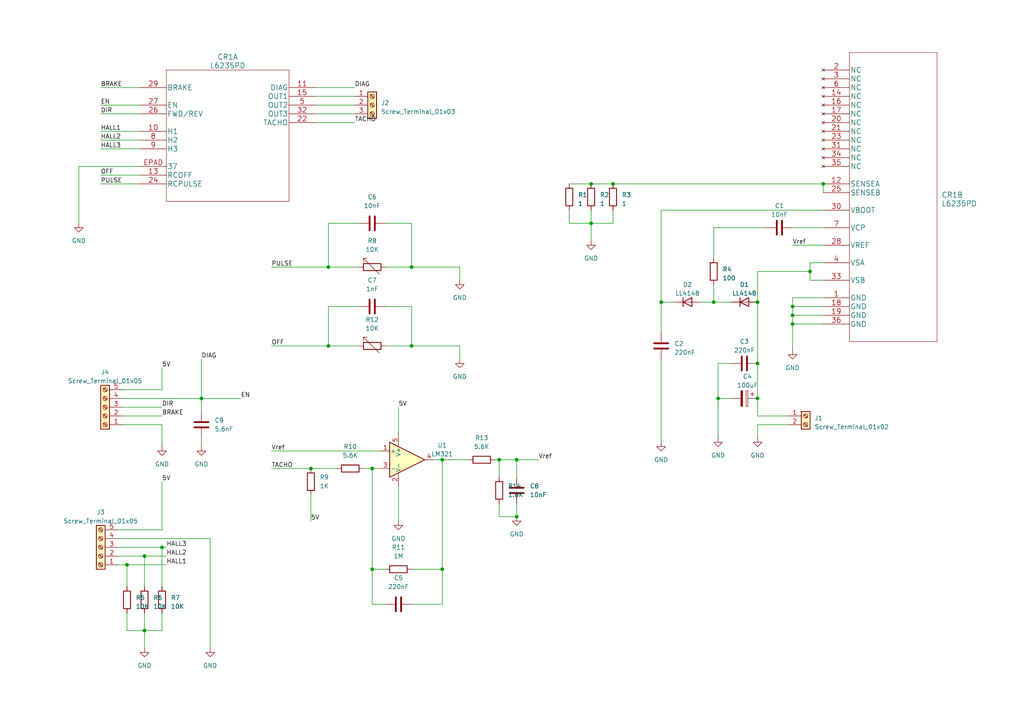
<source format=kicad_sch>
(kicad_sch (version 20230121) (generator eeschema)
  (paper "A4")
  (lib_symbols
    (symbol "Amplifier_Operational:LM321" (pin_names (offset 0.127))
      (property "Reference" "U" (at 0 7.62 0))
      (property "Value" "LM321" (at 0 5.08 0))
      (symbol "LM321_0_1"
        (polyline (pts (xy -5.08 5.08) (xy 5.08 0) (xy -5.08 -5.08) (xy -5.08 5.08)) (stroke (width 0.254)) (fill (type background)))
      )
      (symbol "LM321_1_1"
        (pin input line (at -7.62 2.54 0) (length 2.54) (name "+") (number "1"))
        (pin power_in line (at -2.54 -7.62 90) (length 3.81) (name "V-") (number "2"))
        (pin input line (at -7.62 -2.54 0) (length 2.54) (name "-") (number "3"))
        (pin output line (at 7.62 0 180) (length 2.54) (name "~") (number "4"))
        (pin power_in line (at -2.54 7.62 270) (length 3.81) (name "V+") (number "5"))
      )
    )
    (symbol "Connector:Screw_Terminal_01x02" (pin_names (offset 1.016) hide)
      (property "Reference" "J" (at 0 2.54 0))
      (property "Value" "Screw_Terminal_01x02" (at 0 -5.08 0))
      (symbol "Screw_Terminal_01x02_1_1"
        (rectangle (start -1.27 1.27) (end 1.27 -3.81) (stroke (width 0.254)) (fill (type background)))
        (circle (center 0 -2.54) (radius 0.635) (stroke (width 0.1524)))
        (polyline (pts (xy -0.5334 -2.2098) (xy 0.3302 -3.048)) (stroke (width 0.1524)))
        (polyline (pts (xy -0.5334 0.3302) (xy 0.3302 -0.508)) (stroke (width 0.1524)))
        (polyline (pts (xy -0.3556 -2.032) (xy 0.508 -2.8702)) (stroke (width 0.1524)))
        (polyline (pts (xy -0.3556 0.508) (xy 0.508 -0.3302)) (stroke (width 0.1524)))
        (circle (center 0 0) (radius 0.635) (stroke (width 0.1524)))
        (pin passive line (at -5.08 0 0) (length 3.81) (name "Pin_1") (number "1"))
        (pin passive line (at -5.08 -2.54 0) (length 3.81) (name "Pin_2") (number "2"))
      )
    )
    (symbol "Connector:Screw_Terminal_01x03" (pin_names (offset 1.016) hide)
      (property "Reference" "J" (at 0 5.08 0))
      (property "Value" "Screw_Terminal_01x03" (at 0 -5.08 0))
      (symbol "Screw_Terminal_01x03_1_1"
        (rectangle (start -1.27 3.81) (end 1.27 -3.81) (stroke (width 0.254)) (fill (type background)))
        (circle (center 0 -2.54) (radius 0.635) (stroke (width 0.1524)))
        (polyline (pts (xy -0.5334 -2.2098) (xy 0.3302 -3.048)) (stroke (width 0.1524)))
        (polyline (pts (xy -0.5334 0.3302) (xy 0.3302 -0.508)) (stroke (width 0.1524)))
        (polyline (pts (xy -0.5334 2.8702) (xy 0.3302 2.032)) (stroke (width 0.1524)))
        (polyline (pts (xy -0.3556 -2.032) (xy 0.508 -2.8702)) (stroke (width 0.1524)))
        (polyline (pts (xy -0.3556 0.508) (xy 0.508 -0.3302)) (stroke (width 0.1524)))
        (polyline (pts (xy -0.3556 3.048) (xy 0.508 2.2098)) (stroke (width 0.1524)))
        (circle (center 0 0) (radius 0.635) (stroke (width 0.1524)))
        (circle (center 0 2.54) (radius 0.635) (stroke (width 0.1524)))
        (pin passive line (at -5.08 2.54 0) (length 3.81) (name "Pin_1") (number "1"))
        (pin passive line (at -5.08 0 0) (length 3.81) (name "Pin_2") (number "2"))
        (pin passive line (at -5.08 -2.54 0) (length 3.81) (name "Pin_3") (number "3"))
      )
    )
    (symbol "Connector:Screw_Terminal_01x05" (pin_names (offset 1.016) hide)
      (property "Reference" "J" (at 0 7.62 0))
      (property "Value" "Screw_Terminal_01x05" (at 0 -7.62 0))
      (symbol "Screw_Terminal_01x05_1_1"
        (rectangle (start -1.27 6.35) (end 1.27 -6.35) (stroke (width 0.254)) (fill (type background)))
        (circle (center 0 -5.08) (radius 0.635) (stroke (width 0.1524)))
        (circle (center 0 -2.54) (radius 0.635) (stroke (width 0.1524)))
        (polyline (pts (xy -0.5334 -4.7498) (xy 0.3302 -5.588)) (stroke (width 0.1524)))
        (polyline (pts (xy -0.5334 -2.2098) (xy 0.3302 -3.048)) (stroke (width 0.1524)))
        (polyline (pts (xy -0.5334 0.3302) (xy 0.3302 -0.508)) (stroke (width 0.1524)))
        (polyline (pts (xy -0.5334 2.8702) (xy 0.3302 2.032)) (stroke (width 0.1524)))
        (polyline (pts (xy -0.5334 5.4102) (xy 0.3302 4.572)) (stroke (width 0.1524)))
        (polyline (pts (xy -0.3556 -4.572) (xy 0.508 -5.4102)) (stroke (width 0.1524)))
        (polyline (pts (xy -0.3556 -2.032) (xy 0.508 -2.8702)) (stroke (width 0.1524)))
        (polyline (pts (xy -0.3556 0.508) (xy 0.508 -0.3302)) (stroke (width 0.1524)))
        (polyline (pts (xy -0.3556 3.048) (xy 0.508 2.2098)) (stroke (width 0.1524)))
        (polyline (pts (xy -0.3556 5.588) (xy 0.508 4.7498)) (stroke (width 0.1524)))
        (circle (center 0 0) (radius 0.635) (stroke (width 0.1524)))
        (circle (center 0 2.54) (radius 0.635) (stroke (width 0.1524)))
        (circle (center 0 5.08) (radius 0.635) (stroke (width 0.1524)))
        (pin passive line (at -5.08 5.08 0) (length 3.81) (name "Pin_1") (number "1"))
        (pin passive line (at -5.08 2.54 0) (length 3.81) (name "Pin_2") (number "2"))
        (pin passive line (at -5.08 0 0) (length 3.81) (name "Pin_3") (number "3"))
        (pin passive line (at -5.08 -2.54 0) (length 3.81) (name "Pin_4") (number "4"))
        (pin passive line (at -5.08 -5.08 0) (length 3.81) (name "Pin_5") (number "5"))
      )
    )
    (symbol "Device:C" (pin_numbers hide) (pin_names (offset 0.254))
      (property "Reference" "C" (at 0.635 2.54 0))
      (property "Value" "C" (at 0.635 -2.54 0))
      (symbol "C_0_1"
        (polyline (pts (xy -2.032 -0.762) (xy 2.032 -0.762)) (stroke (width 0.508)))
        (polyline (pts (xy -2.032 0.762) (xy 2.032 0.762)) (stroke (width 0.508)))
      )
      (symbol "C_1_1"
        (pin passive line (at 0 3.81 270) (length 2.794) (name "~") (number "1"))
        (pin passive line (at 0 -3.81 90) (length 2.794) (name "~") (number "2"))
      )
    )
    (symbol "Device:C_Polarized" (pin_numbers hide) (pin_names (offset 0.254))
      (property "Reference" "C" (at 0.635 2.54 0))
      (property "Value" "C_Polarized" (at 0.635 -2.54 0))
      (symbol "C_Polarized_0_1"
        (rectangle (start -2.286 0.508) (end 2.286 1.016))
        (polyline (pts (xy -1.778 2.286) (xy -0.762 2.286)))
        (polyline (pts (xy -1.27 2.794) (xy -1.27 1.778)))
        (rectangle (start 2.286 -0.508) (end -2.286 -1.016) (fill (type outline)))
      )
      (symbol "C_Polarized_1_1"
        (pin passive line (at 0 3.81 270) (length 2.794) (name "~") (number "1"))
        (pin passive line (at 0 -3.81 90) (length 2.794) (name "~") (number "2"))
      )
    )
    (symbol "Device:R" (pin_numbers hide) (pin_names (offset 0))
      (property "Reference" "R" (at 2.032 0 90))
      (property "Value" "R" (at 0 0 90))
      (symbol "R_0_1"
        (rectangle (start -1.016 -2.54) (end 1.016 2.54) (stroke (width 0.254)))
      )
      (symbol "R_1_1"
        (pin passive line (at 0 3.81 270) (length 1.27) (name "~") (number "1"))
        (pin passive line (at 0 -3.81 90) (length 1.27) (name "~") (number "2"))
      )
    )
    (symbol "Device:R_Variable" (pin_numbers hide) (pin_names (offset 0))
      (property "Reference" "R" (at 2.54 -2.54 90))
      (property "Value" "R_Variable" (at -2.54 -1.27 90))
      (symbol "R_Variable_0_1"
        (rectangle (start -1.016 -2.54) (end 1.016 2.54) (stroke (width 0.254)))
        (polyline (pts (xy 2.54 1.524) (xy 2.54 2.54) (xy 1.524 2.54) (xy 2.54 2.54) (xy -2.032 -2.032)))
      )
      (symbol "R_Variable_1_1"
        (pin passive line (at 0 3.81 270) (length 1.27) (name "~") (number "1"))
        (pin passive line (at 0 -3.81 90) (length 1.27) (name "~") (number "2"))
      )
    )
    (symbol "Diode:LL4148" (pin_numbers hide) (pin_names hide)
      (property "Reference" "D" (at 0 2.54 0))
      (property "Value" "LL4148" (at 0 -2.54 0))
      (symbol "LL4148_0_1"
        (polyline (pts (xy -1.27 1.27) (xy -1.27 -1.27)) (stroke (width 0.254)))
        (polyline (pts (xy 1.27 0) (xy -1.27 0)))
        (polyline (pts (xy 1.27 1.27) (xy 1.27 -1.27) (xy -1.27 0) (xy 1.27 1.27)) (stroke (width 0.254)))
      )
      (symbol "LL4148_1_1"
        (pin passive line (at -3.81 0 0) (length 2.54) (name "K") (number "1"))
        (pin passive line (at 3.81 0 180) (length 2.54) (name "A") (number "2"))
      )
    )
    (symbol "MY_LIB:L6235PD" (pin_names (offset 0.254))
      (property "Reference" "CR" (at 25.4 10.16 0))
      (property "Value" "L6235PD" (at 25.4 7.62 0))
      (symbol "L6235PD_1_1"
        (polyline (pts (xy 7.62 -33.02) (xy 43.18 -33.02)) (stroke (width 0.127)))
        (polyline (pts (xy 7.62 5.08) (xy 7.62 -33.02)) (stroke (width 0.127)))
        (polyline (pts (xy 43.18 -33.02) (xy 43.18 5.08)) (stroke (width 0.127)))
        (polyline (pts (xy 43.18 5.08) (xy 7.62 5.08)) (stroke (width 0.127)))
        (pin input line (at 0 -12.7 0) (length 7.62) (name "H1") (number "10"))
        (pin output line (at 50.8 0 180) (length 7.62) (name "DIAG") (number "11"))
        (pin unspecified line (at 0 -25.4 0) (length 7.62) (name "RCOFF") (number "13"))
        (pin output line (at 50.8 -2.54 180) (length 7.62) (name "OUT1") (number "15"))
        (pin output line (at 50.8 -10.16 180) (length 7.62) (name "TACHO") (number "22"))
        (pin unspecified line (at 0 -27.94 0) (length 7.62) (name "RCPULSE") (number "24"))
        (pin input line (at 0 -7.62 0) (length 7.62) (name "FWD/REV") (number "26"))
        (pin input line (at 0 -5.08 0) (length 7.62) (name "EN") (number "27"))
        (pin input line (at 0 0 0) (length 7.62) (name "BRAKE") (number "29"))
        (pin output line (at 50.8 -7.62 180) (length 7.62) (name "OUT3") (number "32"))
        (pin output line (at 50.8 -5.08 180) (length 7.62) (name "OUT2") (number "5"))
        (pin input line (at 0 -15.24 0) (length 7.62) (name "H2") (number "8"))
        (pin input line (at 0 -17.78 0) (length 7.62) (name "H3") (number "9"))
        (pin unspecified line (at 0 -22.86 0) (length 7.62) (name "37") (number "EPAD"))
      )
      (symbol "L6235PD_2_1"
        (polyline (pts (xy 7.62 -78.74) (xy 33.02 -78.74)) (stroke (width 0.127)))
        (polyline (pts (xy 7.62 5.08) (xy 7.62 -78.74)) (stroke (width 0.127)))
        (polyline (pts (xy 33.02 -78.74) (xy 33.02 5.08)) (stroke (width 0.127)))
        (polyline (pts (xy 33.02 5.08) (xy 7.62 5.08)) (stroke (width 0.127)))
        (pin unspecified line (at 0 -66.04 0) (length 7.62) (name "GND") (number "1"))
        (pin power_in line (at 0 -33.02 0) (length 7.62) (name "SENSEA") (number "12"))
        (pin no_connect line (at 0 -7.62 0) (length 7.62) (name "NC") (number "14"))
        (pin no_connect line (at 0 -10.16 0) (length 7.62) (name "NC") (number "16"))
        (pin no_connect line (at 0 -12.7 0) (length 7.62) (name "NC") (number "17"))
        (pin unspecified line (at 0 -68.58 0) (length 7.62) (name "GND") (number "18"))
        (pin unspecified line (at 0 -71.12 0) (length 7.62) (name "GND") (number "19"))
        (pin no_connect line (at 0 0 0) (length 7.62) (name "NC") (number "2"))
        (pin no_connect line (at 0 -15.24 0) (length 7.62) (name "NC") (number "20"))
        (pin no_connect line (at 0 -17.78 0) (length 7.62) (name "NC") (number "21"))
        (pin no_connect line (at 0 -20.32 0) (length 7.62) (name "NC") (number "23"))
        (pin power_in line (at 0 -35.56 0) (length 7.62) (name "SENSEB") (number "25"))
        (pin power_in line (at 0 -50.8 0) (length 7.62) (name "VREF") (number "28"))
        (pin no_connect line (at 0 -2.54 0) (length 7.62) (name "NC") (number "3"))
        (pin power_in line (at 0 -40.64 0) (length 7.62) (name "VBOOT") (number "30"))
        (pin no_connect line (at 0 -22.86 0) (length 7.62) (name "NC") (number "31"))
        (pin power_in line (at 0 -60.96 0) (length 7.62) (name "VSB") (number "33"))
        (pin no_connect line (at 0 -25.4 0) (length 7.62) (name "NC") (number "34"))
        (pin no_connect line (at 0 -27.94 0) (length 7.62) (name "NC") (number "35"))
        (pin unspecified line (at 0 -73.66 0) (length 7.62) (name "GND") (number "36"))
        (pin power_in line (at 0 -55.88 0) (length 7.62) (name "VSA") (number "4"))
        (pin no_connect line (at 0 -5.08 0) (length 7.62) (name "NC") (number "6"))
        (pin power_in line (at 0 -45.72 0) (length 7.62) (name "VCP") (number "7"))
      )
    )
    (symbol "power:GND" (power) (pin_names (offset 0))
      (property "Value" "GND" (at 0 -3.81 0))
      (symbol "GND_0_1"
        (polyline (pts (xy 0 0) (xy 0 -1.27) (xy 1.27 -1.27) (xy 0 -2.54) (xy -1.27 -1.27) (xy 0 -1.27)))
      )
      (symbol "GND_1_1"
        (pin power_in line (at 0 0 270) (length 0) hide (name "GND") (number "1"))
      )
    )
  )
  (junction (at 208.28 115.57))
  (junction (at 229.87 93.98))
  (junction (at 95.25 100.33))
  (junction (at 90.17 135.89))
  (junction (at 229.87 88.9))
  (junction (at 149.86 149.86))
  (junction (at 234.95 78.74))
  (junction (at 219.71 87.63))
  (junction (at 219.71 105.41))
  (junction (at 149.86 133.35))
  (junction (at 128.27 133.35))
  (junction (at 207.01 87.63))
  (junction (at 219.71 115.57))
  (junction (at 41.91 182.88))
  (junction (at 128.27 165.1))
  (junction (at 107.95 135.89))
  (junction (at 177.8 53.34))
  (junction (at 119.38 77.47))
  (junction (at 95.25 77.47))
  (junction (at 229.87 91.44))
  (junction (at 119.38 100.33))
  (junction (at 191.77 87.63))
  (junction (at 171.45 53.34))
  (junction (at 36.83 163.83))
  (junction (at 171.45 64.77))
  (junction (at 144.78 133.35))
  (junction (at 41.91 161.29))
  (junction (at 46.99 158.75))
  (junction (at 58.42 115.57))
  (junction (at 238.76 53.34))
  (junction (at 107.95 165.1))
  (wire (pts (xy 35.56 113.03) (xy 46.99 113.03)))
  (wire (pts (xy 229.87 86.36) (xy 229.87 88.9)))
  (wire (pts (xy 29.21 25.4) (xy 40.64 25.4)))
  (wire (pts (xy 115.57 118.11) (xy 115.57 125.73)))
  (wire (pts (xy 58.42 115.57) (xy 69.85 115.57)))
  (wire (pts (xy 58.42 104.14) (xy 58.42 115.57)))
  (wire (pts (xy 46.99 177.8) (xy 46.99 182.88)))
  (wire (pts (xy 171.45 60.96) (xy 171.45 64.77)))
  (wire (pts (xy 91.44 25.4) (xy 102.87 25.4)))
  (wire (pts (xy 46.99 139.7) (xy 46.99 153.67)))
  (wire (pts (xy 144.78 146.05) (xy 144.78 149.86)))
  (wire (pts (xy 238.76 76.2) (xy 234.95 76.2)))
  (wire (pts (xy 119.38 165.1) (xy 128.27 165.1)))
  (wire (pts (xy 191.77 87.63) (xy 195.58 87.63)))
  (wire (pts (xy 234.95 78.74) (xy 234.95 81.28)))
  (wire (pts (xy 78.74 77.47) (xy 95.25 77.47)))
  (wire (pts (xy 125.73 133.35) (xy 128.27 133.35)))
  (wire (pts (xy 46.99 106.68) (xy 46.99 113.03)))
  (wire (pts (xy 171.45 64.77) (xy 171.45 69.85)))
  (wire (pts (xy 219.71 120.65) (xy 228.6 120.65)))
  (wire (pts (xy 35.56 118.11) (xy 46.99 118.11)))
  (wire (pts (xy 34.29 153.67) (xy 46.99 153.67)))
  (wire (pts (xy 29.21 50.8) (xy 40.64 50.8)))
  (wire (pts (xy 128.27 165.1) (xy 128.27 133.35)))
  (wire (pts (xy 234.95 76.2) (xy 234.95 78.74)))
  (wire (pts (xy 229.87 88.9) (xy 238.76 88.9)))
  (wire (pts (xy 46.99 158.75) (xy 48.26 158.75)))
  (wire (pts (xy 34.29 156.21) (xy 60.96 156.21)))
  (wire (pts (xy 105.41 135.89) (xy 107.95 135.89)))
  (wire (pts (xy 95.25 88.9) (xy 104.14 88.9)))
  (wire (pts (xy 91.44 35.56) (xy 102.87 35.56)))
  (wire (pts (xy 29.21 38.1) (xy 40.64 38.1)))
  (wire (pts (xy 41.91 177.8) (xy 41.91 182.88)))
  (wire (pts (xy 219.71 123.19) (xy 219.71 127)))
  (wire (pts (xy 128.27 133.35) (xy 135.89 133.35)))
  (wire (pts (xy 90.17 143.51) (xy 90.17 151.13)))
  (wire (pts (xy 29.21 43.18) (xy 40.64 43.18)))
  (wire (pts (xy 29.21 53.34) (xy 40.64 53.34)))
  (wire (pts (xy 177.8 60.96) (xy 177.8 64.77)))
  (wire (pts (xy 149.86 133.35) (xy 149.86 138.43)))
  (wire (pts (xy 219.71 78.74) (xy 234.95 78.74)))
  (wire (pts (xy 165.1 53.34) (xy 171.45 53.34)))
  (wire (pts (xy 104.14 100.33) (xy 95.25 100.33)))
  (wire (pts (xy 207.01 66.04) (xy 207.01 74.93)))
  (wire (pts (xy 78.74 135.89) (xy 90.17 135.89)))
  (wire (pts (xy 107.95 135.89) (xy 107.95 165.1)))
  (wire (pts (xy 144.78 133.35) (xy 144.78 138.43)))
  (wire (pts (xy 60.96 156.21) (xy 60.96 187.96)))
  (wire (pts (xy 229.87 93.98) (xy 229.87 101.6)))
  (wire (pts (xy 107.95 175.26) (xy 111.76 175.26)))
  (wire (pts (xy 46.99 123.19) (xy 46.99 129.54)))
  (wire (pts (xy 143.51 133.35) (xy 144.78 133.35)))
  (wire (pts (xy 208.28 115.57) (xy 208.28 127)))
  (wire (pts (xy 119.38 64.77) (xy 119.38 77.47)))
  (wire (pts (xy 41.91 182.88) (xy 41.91 187.96)))
  (wire (pts (xy 35.56 115.57) (xy 58.42 115.57)))
  (wire (pts (xy 107.95 165.1) (xy 107.95 175.26)))
  (wire (pts (xy 119.38 175.26) (xy 128.27 175.26)))
  (wire (pts (xy 207.01 82.55) (xy 207.01 87.63)))
  (wire (pts (xy 165.1 64.77) (xy 171.45 64.77)))
  (wire (pts (xy 229.87 66.04) (xy 238.76 66.04)))
  (wire (pts (xy 171.45 53.34) (xy 177.8 53.34)))
  (wire (pts (xy 40.64 48.26) (xy 22.86 48.26)))
  (wire (pts (xy 208.28 115.57) (xy 212.09 115.57)))
  (wire (pts (xy 119.38 77.47) (xy 133.35 77.47)))
  (wire (pts (xy 91.44 27.94) (xy 102.87 27.94)))
  (wire (pts (xy 207.01 66.04) (xy 222.25 66.04)))
  (wire (pts (xy 219.71 78.74) (xy 219.71 87.63)))
  (wire (pts (xy 41.91 161.29) (xy 41.91 170.18)))
  (wire (pts (xy 104.14 64.77) (xy 95.25 64.77)))
  (wire (pts (xy 119.38 77.47) (xy 111.76 77.47)))
  (wire (pts (xy 229.87 91.44) (xy 238.76 91.44)))
  (wire (pts (xy 212.09 105.41) (xy 208.28 105.41)))
  (wire (pts (xy 91.44 30.48) (xy 102.87 30.48)))
  (wire (pts (xy 111.76 88.9) (xy 119.38 88.9)))
  (wire (pts (xy 58.42 115.57) (xy 58.42 119.38)))
  (wire (pts (xy 107.95 165.1) (xy 111.76 165.1)))
  (wire (pts (xy 115.57 140.97) (xy 115.57 151.13)))
  (wire (pts (xy 107.95 135.89) (xy 110.49 135.89)))
  (wire (pts (xy 219.71 105.41) (xy 219.71 115.57)))
  (wire (pts (xy 191.77 87.63) (xy 191.77 96.52)))
  (wire (pts (xy 149.86 146.05) (xy 149.86 149.86)))
  (wire (pts (xy 95.25 77.47) (xy 104.14 77.47)))
  (wire (pts (xy 119.38 100.33) (xy 111.76 100.33)))
  (wire (pts (xy 238.76 53.34) (xy 238.76 55.88)))
  (wire (pts (xy 133.35 77.47) (xy 133.35 81.28)))
  (wire (pts (xy 34.29 163.83) (xy 36.83 163.83)))
  (wire (pts (xy 191.77 60.96) (xy 191.77 87.63)))
  (wire (pts (xy 219.71 115.57) (xy 219.71 120.65)))
  (wire (pts (xy 35.56 120.65) (xy 46.99 120.65)))
  (wire (pts (xy 234.95 81.28) (xy 238.76 81.28)))
  (wire (pts (xy 90.17 135.89) (xy 97.79 135.89)))
  (wire (pts (xy 207.01 87.63) (xy 212.09 87.63)))
  (wire (pts (xy 229.87 71.12) (xy 238.76 71.12)))
  (wire (pts (xy 119.38 88.9) (xy 119.38 100.33)))
  (wire (pts (xy 35.56 123.19) (xy 46.99 123.19)))
  (wire (pts (xy 238.76 86.36) (xy 229.87 86.36)))
  (wire (pts (xy 177.8 53.34) (xy 238.76 53.34)))
  (wire (pts (xy 165.1 60.96) (xy 165.1 64.77)))
  (wire (pts (xy 58.42 127) (xy 58.42 129.54)))
  (wire (pts (xy 36.83 163.83) (xy 48.26 163.83)))
  (wire (pts (xy 78.74 130.81) (xy 110.49 130.81)))
  (wire (pts (xy 41.91 161.29) (xy 48.26 161.29)))
  (wire (pts (xy 144.78 149.86) (xy 149.86 149.86)))
  (wire (pts (xy 119.38 100.33) (xy 133.35 100.33)))
  (wire (pts (xy 171.45 64.77) (xy 177.8 64.77)))
  (wire (pts (xy 228.6 123.19) (xy 219.71 123.19)))
  (wire (pts (xy 36.83 182.88) (xy 41.91 182.88)))
  (wire (pts (xy 36.83 177.8) (xy 36.83 182.88)))
  (wire (pts (xy 191.77 60.96) (xy 238.76 60.96)))
  (wire (pts (xy 133.35 100.33) (xy 133.35 104.14)))
  (wire (pts (xy 29.21 33.02) (xy 40.64 33.02)))
  (wire (pts (xy 29.21 30.48) (xy 40.64 30.48)))
  (wire (pts (xy 46.99 158.75) (xy 46.99 170.18)))
  (wire (pts (xy 219.71 87.63) (xy 219.71 105.41)))
  (wire (pts (xy 229.87 91.44) (xy 229.87 93.98)))
  (wire (pts (xy 144.78 133.35) (xy 149.86 133.35)))
  (wire (pts (xy 36.83 163.83) (xy 36.83 170.18)))
  (wire (pts (xy 78.74 100.33) (xy 95.25 100.33)))
  (wire (pts (xy 46.99 182.88) (xy 41.91 182.88)))
  (wire (pts (xy 29.21 40.64) (xy 40.64 40.64)))
  (wire (pts (xy 191.77 104.14) (xy 191.77 128.27)))
  (wire (pts (xy 34.29 158.75) (xy 46.99 158.75)))
  (wire (pts (xy 95.25 100.33) (xy 95.25 88.9)))
  (wire (pts (xy 95.25 64.77) (xy 95.25 77.47)))
  (wire (pts (xy 229.87 93.98) (xy 238.76 93.98)))
  (wire (pts (xy 34.29 161.29) (xy 41.91 161.29)))
  (wire (pts (xy 149.86 133.35) (xy 156.21 133.35)))
  (wire (pts (xy 91.44 33.02) (xy 102.87 33.02)))
  (wire (pts (xy 22.86 48.26) (xy 22.86 64.77)))
  (wire (pts (xy 128.27 175.26) (xy 128.27 165.1)))
  (wire (pts (xy 203.2 87.63) (xy 207.01 87.63)))
  (wire (pts (xy 111.76 64.77) (xy 119.38 64.77)))
  (wire (pts (xy 229.87 88.9) (xy 229.87 91.44)))
  (wire (pts (xy 208.28 105.41) (xy 208.28 115.57)))
  (label "Vref" (at 229.87 71.12 0))
  (label "DIAG" (at 102.87 25.4 0))
  (label "TACHO" (at 78.74 135.89 0))
  (label "DIAG" (at 58.42 104.14 0))
  (label "DIR" (at 29.21 33.02 0))
  (label "Vref" (at 78.74 130.81 0))
  (label "OFF" (at 29.21 50.8 0))
  (label "EN" (at 69.85 115.57 0))
  (label "HALL1" (at 29.21 38.1 0))
  (label "HALL3" (at 48.26 158.75 0))
  (label "PULSE" (at 29.21 53.34 0))
  (label "Vref" (at 156.21 133.35 0))
  (label "HALL2" (at 48.26 161.29 0))
  (label "PULSE" (at 78.74 77.47 0))
  (label "EN" (at 29.21 30.48 0))
  (label "HALL2" (at 29.21 40.64 0))
  (label "HALL3" (at 29.21 43.18 0))
  (label "BRAKE" (at 46.99 120.65 0))
  (label "5V" (at 46.99 106.68 0))
  (label "5V" (at 46.99 139.7 0))
  (label "HALL1" (at 48.26 163.83 0))
  (label "5V" (at 115.57 118.11 0))
  (label "BRAKE" (at 29.21 25.4 0))
  (label "DIR" (at 46.99 118.11 0))
  (label "OFF" (at 78.74 100.33 0))
  (label "5V" (at 90.17 151.13 0))
  (label "TACHO" (at 102.87 35.56 0))
  (symbol (lib_id "power:GND") (at 22.86 64.77 0) (unit 1)
    (property "Reference" "#PWR08" (effects hide))
    (property "Value" "GND" (at 22.86 69.85 0))
  )
  (symbol (lib_id "power:GND") (at 229.87 101.6 0) (unit 1)
    (property "Reference" "#PWR01" (effects hide))
    (property "Value" "GND" (at 229.87 106.68 0))
  )
  (symbol (lib_id "Connector:Screw_Terminal_01x05") (at 29.21 158.75 180) (unit 1)
    (property "Reference" "J3" (at 29.21 148.59 0))
    (property "Value" "Screw_Terminal_01x05" (at 29.21 151.13 0))
    (property "Footprint" "TerminalBlock_RND:TerminalBlock_RND_205-00004_1x05_P5.00mm_Horizontal" (effects hide))
  )
  (symbol (lib_id "power:GND") (at 60.96 187.96 0) (unit 1)
    (property "Reference" "#PWR07" (effects hide))
    (property "Value" "GND" (at 60.96 193.04 0))
  )
  (symbol (lib_id "Connector:Screw_Terminal_01x03") (at 107.95 30.48 0) (unit 1)
    (property "Reference" "J2" (at 110.49 29.845 0) (effects (justify left)))
    (property "Value" "Screw_Terminal_01x03" (at 110.49 32.385 0) (effects (justify left)))
    (property "Footprint" "TerminalBlock_RND:TerminalBlock_RND_205-00002_1x03_P5.00mm_Horizontal" (effects hide))
  )
  (symbol (lib_id "power:GND") (at 58.42 129.54 0) (unit 1)
    (property "Reference" "#PWR014" (effects hide))
    (property "Value" "GND" (at 58.42 134.62 0))
  )
  (symbol (lib_id "power:GND") (at 133.35 81.28 0) (unit 1)
    (property "Reference" "#PWR011" (effects hide))
    (property "Value" "GND" (at 133.35 86.36 0))
  )
  (symbol (lib_id "power:GND") (at 46.99 129.54 0) (unit 1)
    (property "Reference" "#PWR09" (effects hide))
    (property "Value" "GND" (at 46.99 134.62 0))
  )
  (symbol (lib_id "Device:R") (at 144.78 142.24 0) (unit 1)
    (property "Reference" "R14" (at 147.32 140.97 0) (effects (justify left)))
    (property "Value" "1.8K" (at 147.32 143.51 0) (effects (justify left)))
    (property "Footprint" "Resistor_SMD:R_0603_1608Metric_Pad0.98x0.95mm_HandSolder" (effects hide))
  )
  (symbol (lib_id "Device:C") (at 226.06 66.04 90) (unit 1)
    (property "Reference" "C1" (at 226.06 59.69 90))
    (property "Value" "10nF" (at 226.06 62.23 90))
    (property "Footprint" "Capacitor_SMD:C_0603_1608Metric" (effects hide))
  )
  (symbol (lib_id "Device:R") (at 207.01 78.74 0) (unit 1)
    (property "Reference" "R4" (at 209.55 78.105 0) (effects (justify left)))
    (property "Value" "100" (at 209.55 80.645 0) (effects (justify left)))
    (property "Footprint" "Resistor_SMD:R_0603_1608Metric" (effects hide))
  )
  (symbol (lib_id "Device:C") (at 191.77 100.33 180) (unit 1)
    (property "Reference" "C2" (at 195.58 99.695 0) (effects (justify right)))
    (property "Value" "220nF" (at 195.58 102.235 0) (effects (justify right)))
    (property "Footprint" "Capacitor_SMD:C_0603_1608Metric" (effects hide))
  )
  (symbol (lib_id "Device:C") (at 149.86 142.24 0) (unit 1)
    (property "Reference" "C8" (at 153.67 140.97 0) (effects (justify left)))
    (property "Value" "10nF" (at 153.67 143.51 0) (effects (justify left)))
    (property "Footprint" "Capacitor_SMD:C_0603_1608Metric" (effects hide))
  )
  (symbol (lib_id "MY_LIB:L6235PD") (at 238.76 20.32 0) (unit 2)
    (property "Reference" "CR1" (at 273.05 56.515 0) (effects (font (size 1.524 1.524)) (justify left)))
    (property "Value" "L6235PD" (at 273.05 59.055 0) (effects (font (size 1.524 1.524)) (justify left)))
    (property "Footprint" "ul_L6235PD013TR:L6235PD" (effects hide))
  )
  (symbol (lib_id "Connector:Screw_Terminal_01x05") (at 30.48 118.11 180) (unit 1)
    (property "Reference" "J4" (at 30.48 107.95 0))
    (property "Value" "Screw_Terminal_01x05" (at 30.48 110.49 0))
    (property "Footprint" "TerminalBlock_RND:TerminalBlock_RND_205-00004_1x05_P5.00mm_Horizontal" (effects hide))
  )
  (symbol (lib_id "Amplifier_Operational:LM321") (at 118.11 133.35 0) (unit 1)
    (property "Reference" "U1" (at 128.27 129.1591 0))
    (property "Value" "LM321" (at 128.27 131.6991 0))
    (property "Footprint" "Package_TO_SOT_SMD:SOT-23-5" (effects hide))
    (property "Datasheet" "http://www.ti.com/lit/ds/symlink/lm321.pdf" (effects hide))
  )
  (symbol (lib_id "Device:R") (at 101.6 135.89 90) (unit 1)
    (property "Reference" "R10" (at 101.6 129.54 90))
    (property "Value" "5.6K" (at 101.6 132.08 90))
    (property "Footprint" "Resistor_SMD:R_0603_1608Metric" (effects hide))
  )
  (symbol (lib_id "power:GND") (at 208.28 127 0) (unit 1)
    (property "Reference" "#PWR04" (effects hide))
    (property "Value" "GND" (at 208.28 132.08 0))
  )
  (symbol (lib_id "Device:C") (at 58.42 123.19 0) (unit 1)
    (property "Reference" "C9" (at 62.23 121.92 0) (effects (justify left)))
    (property "Value" "5.6nF" (at 62.23 124.46 0) (effects (justify left)))
    (property "Footprint" "Capacitor_SMD:C_0603_1608Metric" (effects hide))
  )
  (symbol (lib_id "Device:R") (at 139.7 133.35 90) (unit 1)
    (property "Reference" "R13" (at 139.7 127 90))
    (property "Value" "5.6K" (at 139.7 129.54 90))
    (property "Footprint" "Resistor_SMD:R_0603_1608Metric" (effects hide))
  )
  (symbol (lib_id "Diode:LL4148") (at 199.39 87.63 0) (unit 1)
    (property "Reference" "D2" (at 199.39 82.55 0))
    (property "Value" "LL4148" (at 199.39 85.09 0))
    (property "Footprint" "Diode_SMD:D_MiniMELF" (effects hide))
    (property "Datasheet" "http://www.vishay.com/docs/85557/ll4148.pdf" (effects hide))
    (property "Sim.Device" "D" (effects hide))
    (property "Sim.Pins" "1=K 2=A" (effects hide))
  )
  (symbol (lib_id "power:GND") (at 149.86 149.86 0) (unit 1)
    (property "Reference" "#PWR013" (effects hide))
    (property "Value" "GND" (at 149.86 154.94 0))
  )
  (symbol (lib_id "Device:R") (at 115.57 165.1 90) (unit 1)
    (property "Reference" "R11" (at 115.57 158.75 90))
    (property "Value" "1M" (at 115.57 161.29 90))
    (property "Footprint" "Resistor_SMD:R_0603_1608Metric" (effects hide))
  )
  (symbol (lib_id "power:GND") (at 191.77 128.27 0) (unit 1)
    (property "Reference" "#PWR03" (effects hide))
    (property "Value" "GND" (at 191.77 133.35 0))
  )
  (symbol (lib_id "Device:R_Variable") (at 107.95 77.47 90) (unit 1)
    (property "Reference" "R8" (at 107.95 69.85 90))
    (property "Value" "10K" (at 107.95 72.39 90))
    (property "Footprint" "Potentiometer_THT:Potentiometer_Vishay_T73XW_Horizontal" (effects hide))
  )
  (symbol (lib_id "Device:R_Variable") (at 107.95 100.33 90) (unit 1)
    (property "Reference" "R12" (at 107.95 92.71 90))
    (property "Value" "10K" (at 107.95 95.25 90))
    (property "Footprint" "Potentiometer_THT:Potentiometer_Vishay_T73XW_Horizontal" (effects hide))
  )
  (symbol (lib_id "power:GND") (at 133.35 104.14 0) (unit 1)
    (property "Reference" "#PWR012" (effects hide))
    (property "Value" "GND" (at 133.35 109.22 0))
  )
  (symbol (lib_id "Diode:LL4148") (at 215.9 87.63 0) (unit 1)
    (property "Reference" "D1" (at 215.9 82.55 0))
    (property "Value" "LL4148" (at 215.9 85.09 0))
    (property "Footprint" "Diode_SMD:D_MiniMELF" (effects hide))
    (property "Datasheet" "http://www.vishay.com/docs/85557/ll4148.pdf" (effects hide))
    (property "Sim.Device" "D" (effects hide))
    (property "Sim.Pins" "1=K 2=A" (effects hide))
  )
  (symbol (lib_id "power:GND") (at 219.71 127 0) (unit 1)
    (property "Reference" "#PWR05" (effects hide))
    (property "Value" "GND" (at 219.71 132.08 0))
  )
  (symbol (lib_id "power:GND") (at 171.45 69.85 0) (unit 1)
    (property "Reference" "#PWR02" (effects hide))
    (property "Value" "GND" (at 171.45 74.93 0))
  )
  (symbol (lib_id "Device:C_Polarized") (at 215.9 115.57 270) (unit 1)
    (property "Reference" "C4" (at 216.789 109.22 90))
    (property "Value" "100uF" (at 216.789 111.76 90))
    (property "Footprint" "Capacitor_SMD:CP_Elec_6.3x5.3" (effects hide))
  )
  (symbol (lib_id "Device:R") (at 90.17 139.7 180) (unit 1)
    (property "Reference" "R9" (at 92.71 138.43 0) (effects (justify right)))
    (property "Value" "1K" (at 92.71 140.97 0) (effects (justify right)))
    (property "Footprint" "Resistor_SMD:R_0603_1608Metric" (effects hide))
  )
  (symbol (lib_id "MY_LIB:L6235PD") (at 40.64 25.4 0) (unit 1)
    (property "Reference" "CR1" (at 66.04 16.51 0) (effects (font (size 1.524 1.524))))
    (property "Value" "L6235PD" (at 66.04 19.05 0) (effects (font (size 1.524 1.524))))
    (property "Footprint" "ul_L6235PD013TR:L6235PD" (effects hide))
  )
  (symbol (lib_id "Device:C") (at 107.95 64.77 90) (unit 1)
    (property "Reference" "C6" (at 107.95 57.15 90))
    (property "Value" "10nF" (at 107.95 59.69 90))
    (property "Footprint" "Capacitor_SMD:C_0603_1608Metric" (effects hide))
  )
  (symbol (lib_id "Device:C") (at 215.9 105.41 270) (unit 1)
    (property "Reference" "C3" (at 215.9 99.06 90))
    (property "Value" "220nF" (at 215.9 101.6 90))
    (property "Footprint" "Capacitor_SMD:C_0603_1608Metric" (effects hide))
  )
  (symbol (lib_id "Device:R") (at 165.1 57.15 0) (unit 1)
    (property "Reference" "R1" (at 167.64 56.515 0) (effects (justify left)))
    (property "Value" "1" (at 167.64 59.055 0) (effects (justify left)))
    (property "Footprint" "Resistor_SMD:R_2512_6332Metric" (effects hide))
  )
  (symbol (lib_id "Device:C") (at 115.57 175.26 90) (unit 1)
    (property "Reference" "C5" (at 115.57 167.64 90))
    (property "Value" "220nF" (at 115.57 170.18 90))
    (property "Footprint" "Capacitor_SMD:C_0603_1608Metric" (effects hide))
  )
  (symbol (lib_id "Device:R") (at 46.99 173.99 0) (unit 1)
    (property "Reference" "R7" (at 49.53 173.355 0) (effects (justify left)))
    (property "Value" "10K" (at 49.53 175.895 0) (effects (justify left)))
    (property "Footprint" "Resistor_SMD:R_0603_1608Metric" (effects hide))
  )
  (symbol (lib_id "Connector:Screw_Terminal_01x02") (at 233.68 120.65 0) (unit 1)
    (property "Reference" "J1" (at 236.22 121.285 0) (effects (justify left)))
    (property "Value" "Screw_Terminal_01x02" (at 236.22 123.825 0) (effects (justify left)))
    (property "Footprint" "TerminalBlock_RND:TerminalBlock_RND_205-00001_1x02_P5.00mm_Horizontal" (effects hide))
  )
  (symbol (lib_id "Device:R") (at 41.91 173.99 0) (unit 1)
    (property "Reference" "R6" (at 44.45 173.355 0) (effects (justify left)))
    (property "Value" "10K" (at 44.45 175.895 0) (effects (justify left)))
    (property "Footprint" "Resistor_SMD:R_0603_1608Metric" (effects hide))
  )
  (symbol (lib_id "Device:C") (at 107.95 88.9 90) (unit 1)
    (property "Reference" "C7" (at 107.95 81.28 90))
    (property "Value" "1nF" (at 107.95 83.82 90))
    (property "Footprint" "Capacitor_SMD:C_0603_1608Metric" (effects hide))
  )
  (symbol (lib_id "Device:R") (at 177.8 57.15 0) (unit 1)
    (property "Reference" "R3" (at 180.34 56.515 0) (effects (justify left)))
    (property "Value" "1" (at 180.34 59.055 0) (effects (justify left)))
    (property "Footprint" "Resistor_SMD:R_2512_6332Metric" (effects hide))
  )
  (symbol (lib_id "power:GND") (at 41.91 187.96 0) (unit 1)
    (property "Reference" "#PWR06" (effects hide))
    (property "Value" "GND" (at 41.91 193.04 0))
  )
  (symbol (lib_id "Device:R") (at 36.83 173.99 0) (unit 1)
    (property "Reference" "R5" (at 39.37 173.355 0) (effects (justify left)))
    (property "Value" "10K" (at 39.37 175.895 0) (effects (justify left)))
    (property "Footprint" "Resistor_SMD:R_0603_1608Metric" (effects hide))
  )
  (symbol (lib_id "power:GND") (at 115.57 151.13 0) (unit 1)
    (property "Reference" "#PWR010" (effects hide))
    (property "Value" "GND" (at 115.57 156.21 0))
  )
  (symbol (lib_id "Device:R") (at 171.45 57.15 0) (unit 1)
    (property "Reference" "R2" (at 173.99 56.515 0) (effects (justify left)))
    (property "Value" "1" (at 173.99 59.055 0) (effects (justify left)))
    (property "Footprint" "Resistor_SMD:R_2512_6332Metric" (effects hide))
  )
)
</source>
